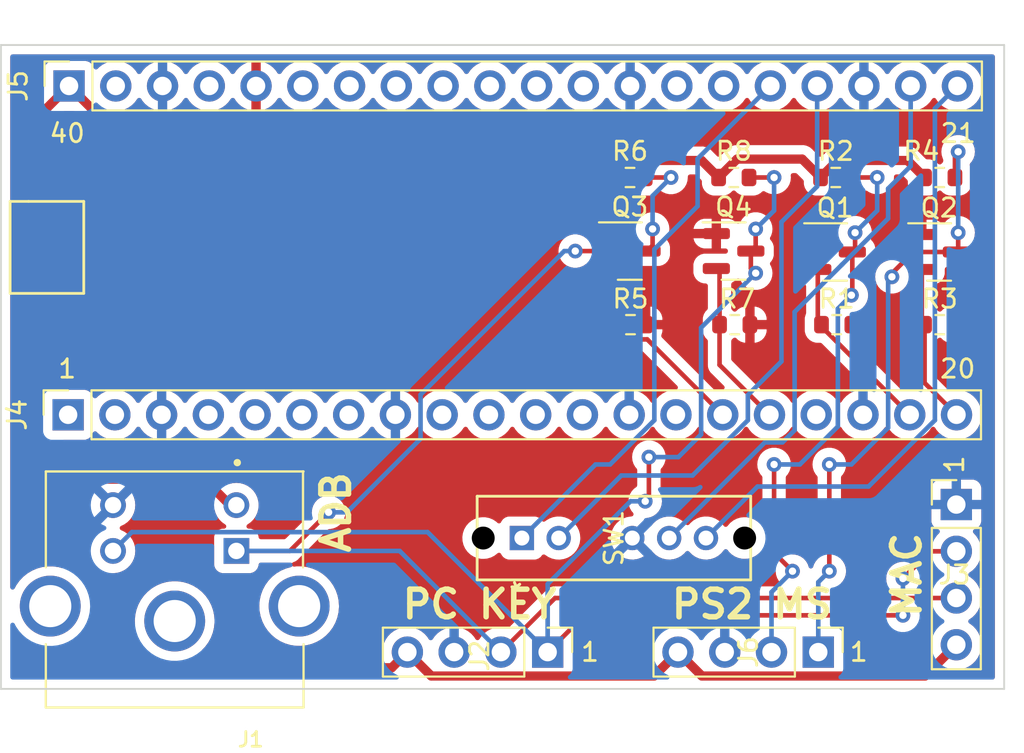
<source format=kicad_pcb>
(kicad_pcb (version 20211014) (generator pcbnew)
  (layers (0 "F.Cu" signal) (31 "B.Cu" signal) (34 "B.Paste" user) (35 "F.Paste" user) (36 "B.SilkS" user "B.Silkscreen") (37 "F.SilkS" user "F.Silkscreen") (38 "B.Mask" user) (39 "F.Mask" user) (44 "Edge.Cuts" user))
  (net 0 "")
  (net 1 "+5V")
  (net 2 "GND")
  (net 3 "/KEY_DAT")
  (net 4 "/KEY_CLK")
  (net 5 "+3V3")
  (net 6 "/Pico14")
  (net 7 "/MS_DAT")
  (net 8 "/Pico15")
  (net 9 "/MS_CLK")
  (net 10 "/Pico11")
  (net 11 "/Pico12")
  (net 24 "Net-(SW1-Pad1)")
  (net 25 "Net-(SW1-Pad2)")
  (net 26 "Net-(SW1-Pad4)")
  (net 27 "Net-(SW1-Pad5)")
  (footprint "Resistor_SMD:R_0603_1608Metric" (layer "F.Cu") (at 166.2 99.2 180)
    (fp_text reference "R5" (at 0 1.4) (layer "F.SilkS"))
    (fp_text value "4.7K")
    (fp_line (start -0.237258 0.5225) (end 0.237258 0.5225) (layer "F.SilkS") (width 0.12))
    (fp_line (start -0.237258 -0.5225) (end 0.237258 -0.5225) (layer "F.SilkS") (width 0.12))
    (pad "1" smd roundrect (at -0.825 0 180) (size 0.8 0.95) (layers "F.Cu" "F.Paste" "F.Mask") (net 5 "+3V3"))
    (pad "2" smd roundrect (at 0.825 0 180) (size 0.8 0.95) (layers "F.Cu" "F.Paste" "F.Mask") (net 10 "/Pico11"))
  )
  (footprint "Connector_PinHeader_2.54mm:PinHeader_1x04_P2.54mm_Vertical" (layer "F.Cu") (at 176.4 117 -90)
    (fp_text reference "J6" (at 0 3.8 90) (layer "F.SilkS"))
    (fp_text value "PS2_MS")
    (fp_line (start -1.33 1.27) (end 1.33 1.27) (layer "F.SilkS") (width 0.12))
    (fp_line (start 1.33 1.27) (end 1.33 8.95) (layer "F.SilkS") (width 0.12))
    (fp_line (start -1.33 1.27) (end -1.33 8.95) (layer "F.SilkS") (width 0.12))
    (fp_line (start -1.33 0) (end -1.33 -1.33) (layer "F.SilkS") (width 0.12))
    (fp_line (start -1.33 8.95) (end 1.33 8.95) (layer "F.SilkS") (width 0.12))
    (fp_line (start -1.33 -1.33) (end 0 -1.33) (layer "F.SilkS") (width 0.12))
    (pad "1" thru_hole rect (at 0 0 270) (size 1.7 1.7) (drill 1) (layers *.Cu *.Mask) (net 9 "/MS_CLK"))
    (pad "2" thru_hole oval (at 0 2.54 270) (size 1.7 1.7) (drill 1) (layers *.Cu *.Mask) (net 7 "/MS_DAT"))
    (pad "3" thru_hole oval (at 0 5.08 270) (size 1.7 1.7) (drill 1) (layers *.Cu *.Mask) (net 2 "GND"))
    (pad "4" thru_hole oval (at 0 7.62 270) (size 1.7 1.7) (drill 1) (layers *.Cu *.Mask) (net 1 "+5V"))
  )
  (footprint "Package_TO_SOT_SMD:SOT-23" (layer "F.Cu") (at 177.3125 95.25)
    (fp_text reference "Q1" (at 0 -2.4) (layer "F.SilkS"))
    (fp_text value "BSS138")
    (fp_line (start 0 -1.56) (end -1.675 -1.56) (layer "F.SilkS") (width 0.12))
    (fp_line (start 0 -1.56) (end 0.65 -1.56) (layer "F.SilkS") (width 0.12))
    (fp_line (start 0 1.56) (end 0.65 1.56) (layer "F.SilkS") (width 0.12))
    (fp_line (start 0 1.56) (end -0.65 1.56) (layer "F.SilkS") (width 0.12))
    (pad "1" smd roundrect (at -0.9375 -0.95) (size 1.475 0.6) (layers "F.Cu" "F.Paste" "F.Mask") (net 5 "+3V3"))
    (pad "2" smd roundrect (at -0.9375 0.95) (size 1.475 0.6) (layers "F.Cu" "F.Paste" "F.Mask") (net 6 "/Pico14"))
    (pad "3" smd roundrect (at 0.9375 0) (size 1.475 0.6) (layers "F.Cu" "F.Paste" "F.Mask") (net 7 "/MS_DAT"))
  )
  (footprint "Connector_PinSocket_2.54mm:PinSocket_1x20_P2.54mm_Vertical" (layer "F.Cu") (at 135.65 104.1 90)
    (fp_text reference "J4" (at 0 -2.77 90) (layer "F.SilkS"))
    (fp_text value "Conn_01x20")
    (fp_line (start 1.33 -1.33) (end 1.33 0) (layer "F.SilkS") (width 0.12))
    (fp_line (start -1.33 49.59) (end 1.33 49.59) (layer "F.SilkS") (width 0.12))
    (fp_line (start 0 -1.33) (end 1.33 -1.33) (layer "F.SilkS") (width 0.12))
    (fp_line (start -1.33 1.27) (end -1.33 49.59) (layer "F.SilkS") (width 0.12))
    (fp_line (start -1.33 1.27) (end 1.33 1.27) (layer "F.SilkS") (width 0.12))
    (fp_line (start 1.33 1.27) (end 1.33 49.59) (layer "F.SilkS") (width 0.12))
    (pad "1" thru_hole rect locked (at 0 0 90) (size 1.7 1.7) (drill 1) (layers *.Cu *.Mask))
    (pad "2" thru_hole oval locked (at 0 2.54 90) (size 1.7 1.7) (drill 1) (layers *.Cu *.Mask))
    (pad "3" thru_hole oval locked (at 0 5.08 90) (size 1.7 1.7) (drill 1) (layers *.Cu *.Mask) (net 2 "GND"))
    (pad "4" thru_hole oval locked (at 0 7.62 90) (size 1.7 1.7) (drill 1) (layers *.Cu *.Mask))
    (pad "5" thru_hole oval locked (at 0 10.16 90) (size 1.7 1.7) (drill 1) (layers *.Cu *.Mask))
    (pad "6" thru_hole oval locked (at 0 12.7 90) (size 1.7 1.7) (drill 1) (layers *.Cu *.Mask))
    (pad "7" thru_hole oval locked (at 0 15.24 90) (size 1.7 1.7) (drill 1) (layers *.Cu *.Mask))
    (pad "8" thru_hole oval locked (at 0 17.78 90) (size 1.7 1.7) (drill 1) (layers *.Cu *.Mask) (net 2 "GND"))
    (pad "9" thru_hole oval locked (at 0 20.32 90) (size 1.7 1.7) (drill 1) (layers *.Cu *.Mask))
    (pad "10" thru_hole oval locked (at 0 22.86 90) (size 1.7 1.7) (drill 1) (layers *.Cu *.Mask))
    (pad "11" thru_hole oval locked (at 0 25.4 90) (size 1.7 1.7) (drill 1) (layers *.Cu *.Mask))
    (pad "12" thru_hole oval locked (at 0 27.94 90) (size 1.7 1.7) (drill 1) (layers *.Cu *.Mask))
    (pad "13" thru_hole oval locked (at 0 30.48 90) (size 1.7 1.7) (drill 1) (layers *.Cu *.Mask) (net 2 "GND"))
    (pad "14" thru_hole oval locked (at 0 33.02 90) (size 1.7 1.7) (drill 1) (layers *.Cu *.Mask))
    (pad "15" thru_hole oval locked (at 0 35.56 90) (size 1.7 1.7) (drill 1) (layers *.Cu *.Mask) (net 10 "/Pico11"))
    (pad "16" thru_hole oval locked (at 0 38.1 90) (size 1.7 1.7) (drill 1) (layers *.Cu *.Mask) (net 11 "/Pico12"))
    (pad "17" thru_hole oval locked (at 0 40.64 90) (size 1.7 1.7) (drill 1) (layers *.Cu *.Mask))
    (pad "18" thru_hole oval locked (at 0 43.18 90) (size 1.7 1.7) (drill 1) (layers *.Cu *.Mask) (net 2 "GND"))
    (pad "19" thru_hole oval locked (at 0 45.72 90) (size 1.7 1.7) (drill 1) (layers *.Cu *.Mask) (net 6 "/Pico14"))
    (pad "20" thru_hole oval locked (at 0 48.26 90) (size 1.7 1.7) (drill 1) (layers *.Cu *.Mask) (net 8 "/Pico15"))
  )
  (footprint "Package_TO_SOT_SMD:SOT-23" (layer "F.Cu") (at 182.9625 95.25)
    (fp_text reference "Q2" (at 0 -2.4) (layer "F.SilkS"))
    (fp_text value "BSS138")
    (fp_line (start 0 1.56) (end 0.65 1.56) (layer "F.SilkS") (width 0.12))
    (fp_line (start 0 1.56) (end -0.65 1.56) (layer "F.SilkS") (width 0.12))
    (fp_line (start 0 -1.56) (end 0.65 -1.56) (layer "F.SilkS") (width 0.12))
    (fp_line (start 0 -1.56) (end -1.675 -1.56) (layer "F.SilkS") (width 0.12))
    (pad "1" smd roundrect (at -0.9375 -0.95) (size 1.475 0.6) (layers "F.Cu" "F.Paste" "F.Mask") (net 5 "+3V3"))
    (pad "2" smd roundrect (at -0.9375 0.95) (size 1.475 0.6) (layers "F.Cu" "F.Paste" "F.Mask") (net 8 "/Pico15"))
    (pad "3" smd roundrect (at 0.9375 0) (size 1.475 0.6) (layers "F.Cu" "F.Paste" "F.Mask") (net 9 "/MS_CLK"))
  )
  (footprint "Connector_PinSocket_2.54mm:PinSocket_1x20_P2.54mm_Vertical" (layer "F.Cu") (at 135.7 86.225 90)
    (fp_text reference "J5" (at 0 -2.77 90) (layer "F.SilkS"))
    (fp_text value "Conn_01x20")
    (fp_line (start 1.33 1.27) (end 1.33 49.59) (layer "F.SilkS") (width 0.12))
    (fp_line (start 1.33 -1.33) (end 1.33 0) (layer "F.SilkS") (width 0.12))
    (fp_line (start -1.33 1.27) (end -1.33 49.59) (layer "F.SilkS") (width 0.12))
    (fp_line (start -1.33 1.27) (end 1.33 1.27) (layer "F.SilkS") (width 0.12))
    (fp_line (start -1.33 49.59) (end 1.33 49.59) (layer "F.SilkS") (width 0.12))
    (fp_line (start 0 -1.33) (end 1.33 -1.33) (layer "F.SilkS") (width 0.12))
    (pad "21" thru_hole oval locked (at 0 48.26 90) (size 1.7 1.7) (drill 1) (layers *.Cu *.Mask) (net 27 "Net-(SW1-Pad5)"))
    (pad "22" thru_hole oval locked (at 0 45.72 90) (size 1.7 1.7) (drill 1) (layers *.Cu *.Mask) (net 26 "Net-(SW1-Pad4)"))
    (pad "23" thru_hole oval locked (at 0 43.18 90) (size 1.7 1.7) (drill 1) (layers *.Cu *.Mask) (net 2 "GND"))
    (pad "24" thru_hole oval locked (at 0 40.64 90) (size 1.7 1.7) (drill 1) (layers *.Cu *.Mask) (net 25 "Net-(SW1-Pad2)"))
    (pad "25" thru_hole oval locked (at 0 38.1 90) (size 1.7 1.7) (drill 1) (layers *.Cu *.Mask) (net 24 "Net-(SW1-Pad1)"))
    (pad "26" thru_hole oval locked (at 0 35.56 90) (size 1.7 1.7) (drill 1) (layers *.Cu *.Mask))
    (pad "27" thru_hole oval locked (at 0 33.02 90) (size 1.7 1.7) (drill 1) (layers *.Cu *.Mask))
    (pad "28" thru_hole oval locked (at 0 30.48 90) (size 1.7 1.7) (drill 1) (layers *.Cu *.Mask) (net 2 "GND"))
    (pad "29" thru_hole oval locked (at 0 27.94 90) (size 1.7 1.7) (drill 1) (layers *.Cu *.Mask))
    (pad "30" thru_hole oval locked (at 0 25.4 90) (size 1.7 1.7) (drill 1) (layers *.Cu *.Mask))
    (pad "31" thru_hole oval locked (at 0 22.86 90) (size 1.7 1.7) (drill 1) (layers *.Cu *.Mask))
    (pad "32" thru_hole oval locked (at 0 20.32 90) (size 1.7 1.7) (drill 1) (layers *.Cu *.Mask))
    (pad "33" thru_hole oval locked (at 0 17.78 90) (size 1.7 1.7) (drill 1) (layers *.Cu *.Mask))
    (pad "34" thru_hole oval locked (at 0 15.24 90) (size 1.7 1.7) (drill 1) (layers *.Cu *.Mask))
    (pad "35" thru_hole oval locked (at 0 12.7 90) (size 1.7 1.7) (drill 1) (layers *.Cu *.Mask))
    (pad "36" thru_hole oval locked (at 0 10.16 90) (size 1.7 1.7) (drill 1) (layers *.Cu *.Mask) (net 5 "+3V3"))
    (pad "37" thru_hole oval locked (at 0 7.62 90) (size 1.7 1.7) (drill 1) (layers *.Cu *.Mask))
    (pad "38" thru_hole oval locked (at 0 5.08 90) (size 1.7 1.7) (drill 1) (layers *.Cu *.Mask) (net 2 "GND"))
    (pad "39" thru_hole oval locked (at 0 2.54 90) (size 1.7 1.7) (drill 1) (layers *.Cu *.Mask))
    (pad "40" thru_hole rect locked (at 0 0 90) (size 1.7 1.7) (drill 1) (layers *.Cu *.Mask) (net 1 "+5V"))
  )
  (footprint "Connector_PinHeader_2.54mm:PinHeader_1x04_P2.54mm_Vertical" (layer "F.Cu") (at 161.7 117 -90)
    (fp_text reference "J2" (at 0.2 3.7 90) (layer "F.SilkS"))
    (fp_text value "AT/XT/PS2")
    (fp_line (start -1.33 8.95) (end 1.33 8.95) (layer "F.SilkS") (width 0.12))
    (fp_line (start -1.33 -1.33) (end 0 -1.33) (layer "F.SilkS") (width 0.12))
    (fp_line (start -1.33 0) (end -1.33 -1.33) (layer "F.SilkS") (width 0.12))
    (fp_line (start 1.33 1.27) (end 1.33 8.95) (layer "F.SilkS") (width 0.12))
    (fp_line (start -1.33 1.27) (end -1.33 8.95) (layer "F.SilkS") (width 0.12))
    (fp_line (start -1.33 1.27) (end 1.33 1.27) (layer "F.SilkS") (width 0.12))
    (pad "1" thru_hole rect (at 0 0 270) (size 1.7 1.7) (drill 1) (layers *.Cu *.Mask) (net 4 "/KEY_CLK"))
    (pad "2" thru_hole oval (at 0 2.54 270) (size 1.7 1.7) (drill 1) (layers *.Cu *.Mask) (net 3 "/KEY_DAT"))
    (pad "3" thru_hole oval (at 0 5.08 270) (size 1.7 1.7) (drill 1) (layers *.Cu *.Mask) (net 2 "GND"))
    (pad "4" thru_hole oval (at 0 7.62 270) (size 1.7 1.7) (drill 1) (layers *.Cu *.Mask) (net 1 "+5V"))
  )
  (footprint "Resistor_SMD:R_0603_1608Metric" (layer "F.Cu") (at 171.8625 99.2 180)
    (fp_text reference "R7" (at -0.1375 1.4) (layer "F.SilkS"))
    (fp_text value "4.7K")
    (fp_line (start -0.237258 0.5225) (end 0.237258 0.5225) (layer "F.SilkS") (width 0.12))
    (fp_line (start -0.237258 -0.5225) (end 0.237258 -0.5225) (layer "F.SilkS") (width 0.12))
    (pad "1" smd roundrect (at -0.825 0 180) (size 0.8 0.95) (layers "F.Cu" "F.Paste" "F.Mask") (net 5 "+3V3"))
    (pad "2" smd roundrect (at 0.825 0 180) (size 0.8 0.95) (layers "F.Cu" "F.Paste" "F.Mask") (net 11 "/Pico12"))
  )
  (footprint "Resistor_SMD:R_0603_1608Metric" (layer "F.Cu") (at 171.8125 91.2)
    (fp_text reference "R8" (at 0 -1.43) (layer "F.SilkS"))
    (fp_text value "4.7K")
    (fp_line (start -0.237258 -0.5225) (end 0.237258 -0.5225) (layer "F.SilkS") (width 0.12))
    (fp_line (start -0.237258 0.5225) (end 0.237258 0.5225) (layer "F.SilkS") (width 0.12))
    (pad "1" smd roundrect (at -0.825 0) (size 0.8 0.95) (layers "F.Cu" "F.Paste" "F.Mask") (net 1 "+5V"))
    (pad "2" smd roundrect (at 0.825 0) (size 0.8 0.95) (layers "F.Cu" "F.Paste" "F.Mask") (net 4 "/KEY_CLK"))
  )
  (footprint "Resistor_SMD:R_0603_1608Metric" (layer "F.Cu") (at 166.175 91.2)
    (fp_text reference "R6" (at 0 -1.43) (layer "F.SilkS"))
    (fp_text value "4.7K")
    (fp_line (start -0.237258 -0.5225) (end 0.237258 -0.5225) (layer "F.SilkS") (width 0.12))
    (fp_line (start -0.237258 0.5225) (end 0.237258 0.5225) (layer "F.SilkS") (width 0.12))
    (pad "1" smd roundrect (at -0.825 0) (size 0.8 0.95) (layers "F.Cu" "F.Paste" "F.Mask") (net 1 "+5V"))
    (pad "2" smd roundrect (at 0.825 0) (size 0.8 0.95) (layers "F.Cu" "F.Paste" "F.Mask") (net 3 "/KEY_DAT"))
  )
  (footprint "Resistor_SMD:R_0603_1608Metric" (layer "F.Cu") (at 177.4 99.2 180)
    (fp_text reference "R1" (at 0 1.4) (layer "F.SilkS"))
    (fp_text value "4.7K")
    (fp_line (start -0.237258 -0.5225) (end 0.237258 -0.5225) (layer "F.SilkS") (width 0.12))
    (fp_line (start -0.237258 0.5225) (end 0.237258 0.5225) (layer "F.SilkS") (width 0.12))
    (pad "1" smd roundrect (at -0.825 0 180) (size 0.8 0.95) (layers "F.Cu" "F.Paste" "F.Mask") (net 5 "+3V3"))
    (pad "2" smd roundrect (at 0.825 0 180) (size 0.8 0.95) (layers "F.Cu" "F.Paste" "F.Mask") (net 6 "/Pico14"))
  )
  (footprint "Package_TO_SOT_SMD:SOT-23" (layer "F.Cu") (at 166.1625 95.2)
    (fp_text reference "Q3" (at 0 -2.4) (layer "F.SilkS"))
    (fp_text value "BSS138")
    (fp_line (start 0 -1.56) (end 0.65 -1.56) (layer "F.SilkS") (width 0.12))
    (fp_line (start 0 1.56) (end -0.65 1.56) (layer "F.SilkS") (width 0.12))
    (fp_line (start 0 -1.56) (end -1.675 -1.56) (layer "F.SilkS") (width 0.12))
    (fp_line (start 0 1.56) (end 0.65 1.56) (layer "F.SilkS") (width 0.12))
    (pad "1" smd roundrect (at -0.9375 -0.95) (size 1.475 0.6) (layers "F.Cu" "F.Paste" "F.Mask") (net 5 "+3V3"))
    (pad "2" smd roundrect (at -0.9375 0.95) (size 1.475 0.6) (layers "F.Cu" "F.Paste" "F.Mask") (net 10 "/Pico11"))
    (pad "3" smd roundrect (at 0.9375 0) (size 1.475 0.6) (layers "F.Cu" "F.Paste" "F.Mask") (net 3 "/KEY_DAT"))
  )
  (footprint "footprints:TE_5749181-1" (layer "F.Cu") (at 141.44 111.5 180)
    (fp_text reference "J1" (at -4.132295 -10.253715) (layer "F.SilkS") (effects (font (size 0.800449 0.800449))))
    (fp_text value "ADB")
    (fp_line (start 7 4.32) (end -6.97 4.32) (layer "F.SilkS") (width 0.127))
    (fp_line (start 7 -0.89) (end 7 4.32) (layer "F.SilkS") (width 0.127))
    (fp_line (start -6.97 -0.89) (end -6.97 4.32) (layer "F.SilkS") (width 0.127))
    (fp_line (start -7 -5.07) (end -7 -8.51) (layer "F.SilkS") (width 0.127))
    (fp_line (start 7 -5.07) (end 7 -8.51) (layer "F.SilkS") (width 0.127))
    (fp_line (start -6.97 4.32) (end -7 4.32) (layer "F.SilkS") (width 0.127))
    (fp_line (start -7 -8.51) (end 7 -8.51) (layer "F.SilkS") (width 0.127))
    (fp_circle (center -3.4 4.8) (end -3.3 4.8) (layer "F.SilkS") (width 0.2) (fill none))
    (pad "1" thru_hole rect locked (at -3.35 0 180) (size 1.398 1.398) (drill 0.89) (layers *.Cu *.Mask) (net 3 "/KEY_DAT"))
    (pad "2" thru_hole circle locked (at 3.35 0 180) (size 1.398 1.398) (drill 0.89) (layers *.Cu *.Mask) (net 4 "/KEY_CLK"))
    (pad "3" thru_hole circle locked (at -3.35 2.49 180) (size 1.398 1.398) (drill 0.89) (layers *.Cu *.Mask) (net 1 "+5V"))
    (pad "4" thru_hole circle locked (at 3.35 2.49 180) (size 1.398 1.398) (drill 0.89) (layers *.Cu *.Mask) (net 2 "GND"))
    (pad "5" thru_hole circle locked (at 0 -3.81 180) (size 3.306 3.306) (drill 2.29) (layers *.Cu *.Mask))
    (pad "6" thru_hole circle locked (at 6.76 -3 180) (size 3.306 3.306) (drill 2.29) (layers *.Cu *.Mask))
    (pad "7" thru_hole circle locked (at -6.76 -3 180) (size 3.306 3.306) (drill 2.29) (layers *.Cu *.Mask))
  )
  (footprint "footprints:SS-14D0839_CNK" (layer "F.Cu") (at 160.299999 110.8 90)
    (fp_text reference "SW1" (at 0 5 90 unlocked) (layer "F.SilkS"))
    (fp_text value "SS14D0839VG5PA")
    (fp_text user "*" (at -2.6543 0 90 unlocked) (layer "F.SilkS"))
    (fp_text user "*" (at -2.6543 0 90) (layer "F.SilkS"))
    (fp_line (start 2.2733 -2.4295) (end -2.2733 -2.4295) (layer "F.SilkS") (width 0.1524))
    (fp_line (start 2.2733 12.4295) (end 2.2733 -2.4295) (layer "F.SilkS") (width 0.1524))
    (fp_line (start -2.2733 12.4295) (end 2.2733 12.4295) (layer "F.SilkS") (width 0.1524))
    (fp_line (start -2.2733 -2.4295) (end -2.2733 12.4295) (layer "F.SilkS") (width 0.1524))
    (pad "" np_thru_hole circle (at 0 -2.1 90) (size 1.2446 1.2446) (drill 1.2446) (layers))
    (pad "" np_thru_hole circle (at 0 12.1 90) (size 1.2446 1.2446) (drill 1.2446) (layers))
    (pad "1" thru_hole rect (at 0 0 90) (size 1.3208 1.3208) (drill 0.8128) (layers *.Cu *.Mask) (net 24 "Net-(SW1-Pad1)"))
    (pad "2" thru_hole circle (at 0 2.000001 90) (size 1.3208 1.3208) (drill 0.8128) (layers *.Cu *.Mask) (net 25 "Net-(SW1-Pad2)"))
    (pad "3" thru_hole circle (at 0 6.000001 90) (size 1.3208 1.3208) (drill 0.8128) (layers *.Cu *.Mask) (net 2 "GND"))
    (pad "4" thru_hole circle (at 0 7.999999 90) (size 1.3208 1.3208) (drill 0.8128) (layers *.Cu *.Mask) (net 26 "Net-(SW1-Pad4)"))
    (pad "5" thru_hole circle (at 0 10 90) (size 1.3208 1.3208) (drill 0.8128) (layers *.Cu *.Mask) (net 27 "Net-(SW1-Pad5)"))
  )
  (footprint "Connector_PinHeader_2.54mm:PinHeader_1x04_P2.54mm_Vertical" (layer "F.Cu") (at 183.9 108.98)
    (fp_text reference "J3" (at -0.1 3.82) (layer "F.SilkS"))
    (fp_text value "MAC")
    (fp_line (start -1.33 -1.33) (end 0 -1.33) (layer "F.SilkS") (width 0.12))
    (fp_line (start 1.33 1.27) (end 1.33 8.95) (layer "F.SilkS") (width 0.12))
    (fp_line (start -1.33 1.27) (end 1.33 1.27) (layer "F.SilkS") (width 0.12))
    (fp_line (start -1.33 0) (end -1.33 -1.33) (layer "F.SilkS") (width 0.12))
    (fp_line (start -1.33 1.27) (end -1.33 8.95) (layer "F.SilkS") (width 0.12))
    (fp_line (start -1.33 8.95) (end 1.33 8.95) (layer "F.SilkS") (width 0.12))
    (pad "1" thru_hole rect (at 0 0) (size 1.7 1.7) (drill 1) (layers *.Cu *.Mask) (net 2 "GND"))
    (pad "2" thru_hole oval (at 0 2.54) (size 1.7 1.7) (drill 1) (layers *.Cu *.Mask) (net 4 "/KEY_CLK"))
    (pad "3" thru_hole oval (at 0 5.08) (size 1.7 1.7) (drill 1) (layers *.Cu *.Mask) (net 3 "/KEY_DAT"))
    (pad "4" thru_hole oval (at 0 7.62) (size 1.7 1.7) (drill 1) (layers *.Cu *.Mask) (net 1 "+5V"))
  )
  (footprint "Resistor_SMD:R_0603_1608Metric" (layer "F.Cu") (at 177.35 91.2)
    (fp_text reference "R2" (at 0 -1.43) (layer "F.SilkS"))
    (fp_text value "4.7K")
    (fp_line (start -0.237258 0.5225) (end 0.237258 0.5225) (layer "F.SilkS") (width 0.12))
    (fp_line (start -0.237258 -0.5225) (end 0.237258 -0.5225) (layer "F.SilkS") (width 0.12))
    (pad "1" smd roundrect (at -0.825 0) (size 0.8 0.95) (layers "F.Cu" "F.Paste" "F.Mask") (net 1 "+5V"))
    (pad "2" smd roundrect (at 0.825 0) (size 0.8 0.95) (layers "F.Cu" "F.Paste" "F.Mask") (net 7 "/MS_DAT"))
  )
  (footprint "Package_TO_SOT_SMD:SOT-23" (layer "F.Cu") (at 171.8 95.2)
    (fp_text reference "Q4" (at 0 -2.4) (layer "F.SilkS"))
    (fp_text value "BSS138")
    (fp_line (start 0 -1.56) (end 0.65 -1.56) (layer "F.SilkS") (width 0.12))
    (fp_line (start 0 1.56) (end 0.65 1.56) (layer "F.SilkS") (width 0.12))
    (fp_line (start 0 -1.56) (end -1.675 -1.56) (layer "F.SilkS") (width 0.12))
    (fp_line (start 0 1.56) (end -0.65 1.56) (layer "F.SilkS") (width 0.12))
    (pad "1" smd roundrect (at -0.9375 -0.95) (size 1.475 0.6) (layers "F.Cu" "F.Paste" "F.Mask") (net 5 "+3V3"))
    (pad "2" smd roundrect (at -0.9375 0.95) (size 1.475 0.6) (layers "F.Cu" "F.Paste" "F.Mask") (net 11 "/Pico12"))
    (pad "3" smd roundrect (at 0.9375 0) (size 1.475 0.6) (layers "F.Cu" "F.Paste" "F.Mask") (net 4 "/KEY_CLK"))
  )
  (footprint "Resistor_SMD:R_0603_1608Metric" (layer "F.Cu") (at 183 99.2 180)
    (fp_text reference "R3" (at 0 1.4) (layer "F.SilkS"))
    (fp_text value "4.7K")
    (fp_line (start -0.237258 -0.5225) (end 0.237258 -0.5225) (layer "F.SilkS") (width 0.12))
    (fp_line (start -0.237258 0.5225) (end 0.237258 0.5225) (layer "F.SilkS") (width 0.12))
    (pad "1" smd roundrect (at -0.825 0 180) (size 0.8 0.95) (layers "F.Cu" "F.Paste" "F.Mask") (net 5 "+3V3"))
    (pad "2" smd roundrect (at 0.825 0 180) (size 0.8 0.95) (layers "F.Cu" "F.Paste" "F.Mask") (net 8 "/Pico15"))
  )
  (footprint "Resistor_SMD:R_0603_1608Metric" (layer "F.Cu") (at 183 91.2)
    (fp_text reference "R4" (at -1 -1.43) (layer "F.SilkS"))
    (fp_text value "4.7K")
    (fp_line (start -0.237258 -0.5225) (end 0.237258 -0.5225) (layer "F.SilkS") (width 0.12))
    (fp_line (start -0.237258 0.5225) (end 0.237258 0.5225) (layer "F.SilkS") (width 0.12))
    (pad "1" smd roundrect (at -0.825 0) (size 0.8 0.95) (layers "F.Cu" "F.Paste" "F.Mask") (net 1 "+5V"))
    (pad "2" smd roundrect (at 0.825 0) (size 0.8 0.95) (layers "F.Cu" "F.Paste" "F.Mask") (net 9 "/MS_CLK"))
  )
  (gr_line (start 136.5 92.5) (end 136.5 97.5) (layer "F.SilkS") (width 0.15))
  (gr_line (start 133.5 92.5) (end 136.5 92.5) (layer "F.SilkS") (width 0.15))
  (gr_line (start 132.5 97.5) (end 132.5 92.5) (layer "F.SilkS") (width 0.15))
  (gr_line (start 132.5 92.5) (end 133.5 92.5) (layer "F.SilkS") (width 0.15))
  (gr_line (start 136.5 97.5) (end 132.5 97.5) (layer "F.SilkS") (width 0.15))
  (gr_line (start 186.5 119) (end 132 119) (layer "Edge.Cuts") (width 0.1))
  (gr_line (start 132 119) (end 132 84) (layer "Edge.Cuts") (width 0.1))
  (gr_line (start 132 84) (end 186.5 84) (layer "Edge.Cuts") (width 0.1))
  (gr_line (start 186.5 84) (end 186.5 119) (layer "Edge.Cuts") (width 0.1))
  (gr_text "1" (at 183.8 106.8 90) (layer "F.SilkS") (effects (font (size 1 1))))
  (gr_text "1" (at 178.6 117) (layer "F.SilkS") (effects (font (size 1 1))))
  (gr_text "1" (at 164 117) (layer "F.SilkS") (effects (font (size 1 1))))
  (gr_text "20\n" (at 183.973915 101.6) (layer "F.SilkS") (effects (font (size 1 1))))
  (gr_text "1" (at 135.6 101.6) (layer "F.SilkS") (effects (font (size 1 1))))
  (gr_text "PC KEY" (at 158 114.4) (layer "F.SilkS") (effects (font (size 1.5 1.5) (thickness 0.3))))
  (gr_text "21\n" (at 184 88.8) (layer "F.SilkS") (effects (font (size 1 1))))
  (gr_text "ADB" (at 150.2 109.4 90) (layer "F.SilkS") (effects (font (size 1.5 1.5) (thickness 0.3))))
  (gr_text "PS2 MS" (at 172.8 114.4) (layer "F.SilkS") (effects (font (size 1.5 1.5) (thickness 0.3))))
  (gr_text "40" (at 135.6 88.8) (layer "F.SilkS") (effects (font (size 1 1))))
  (gr_text "MAC" (at 181.2 112.8 90) (layer "F.SilkS") (effects (font (size 1.5 1.5) (thickness 0.3))))
  (segment (start 136.2 107.6) (end 143.04 107.6) (width 0.5) (layer "F.Cu") (net 1))
  (segment (start 170.06298 90.27548) (end 170.9875 91.2) (width 0.5) (layer "F.Cu") (net 1))
  (segment (start 136.2 112.2) (end 137.2 113.2) (width 0.5) (layer "F.Cu") (net 1))
  (segment (start 170.079511 118.299511) (end 182.200489 118.299511) (width 0.5) (layer "F.Cu") (net 1))
  (segment (start 170.9875 91.2) (end 171.9875 90.2) (width 0.5) (layer "F.Cu") (net 1))
  (segment (start 165.35 91.2) (end 165.606441 91.2) (width 0.5) (layer "F.Cu") (net 1))
  (segment (start 137.2 114.8) (end 140.25 117.85) (width 0.5) (layer "F.Cu") (net 1))
  (segment (start 165.606441 91.2) (end 166.530961 90.27548) (width 0.5) (layer "F.Cu") (net 1))
  (segment (start 140.675 91.2) (end 165.35 91.2) (width 0.5) (layer "F.Cu") (net 1))
  (segment (start 166.530961 90.27548) (end 170.06298 90.27548) (width 0.5) (layer "F.Cu") (net 1))
  (segment (start 140.25 117.85) (end 153.23 117.85) (width 0.5) (layer "F.Cu") (net 1))
  (segment (start 182.200489 118.299511) (end 183.9 116.6) (width 0.5) (layer "F.Cu") (net 1))
  (segment (start 155.379511 118.299511) (end 167.480489 118.299511) (width 0.5) (layer "F.Cu") (net 1))
  (segment (start 136.2 107.6) (end 136.2 112.2) (width 0.5) (layer "F.Cu") (net 1))
  (segment (start 171.9875 90.2) (end 175.525 90.2) (width 0.5) (layer "F.Cu") (net 1))
  (segment (start 135.7 86.225) (end 140.675 91.2) (width 0.5) (layer "F.Cu") (net 1))
  (segment (start 177.44952 90.27548) (end 181.25048 90.27548) (width 0.5) (layer "F.Cu") (net 1))
  (segment (start 175.525 90.2) (end 176.525 91.2) (width 0.5) (layer "F.Cu") (net 1))
  (segment (start 153.23 117.85) (end 154.08 117) (width 0.5) (layer "F.Cu") (net 1))
  (segment (start 133.6 105) (end 136.2 107.6) (width 0.5) (layer "F.Cu") (net 1))
  (segment (start 154.08 117) (end 155.379511 118.299511) (width 0.5) (layer "F.Cu") (net 1))
  (segment (start 135.7 86.225) (end 133.6 88.325) (width 0.5) (layer "F.Cu") (net 1))
  (segment (start 168.78 117) (end 170.079511 118.299511) (width 0.5) (layer "F.Cu") (net 1))
  (segment (start 143.04 107.6) (end 144.45 109.01) (width 0.5) (layer "F.Cu") (net 1))
  (segment (start 167.480489 118.299511) (end 168.78 117) (width 0.5) (layer "F.Cu") (net 1))
  (segment (start 181.25048 90.27548) (end 182.175 91.2) (width 0.5) (layer "F.Cu") (net 1))
  (segment (start 137.2 113.2) (end 137.2 114.8) (width 0.5) (layer "F.Cu") (net 1))
  (segment (start 133.6 88.325) (end 133.6 105) (width 0.5) (layer "F.Cu") (net 1))
  (segment (start 176.525 91.2) (end 177.44952 90.27548) (width 0.5) (layer "F.Cu") (net 1))
  (segment (start 167.4 94) (end 167.4 94.9) (width 0.25) (layer "F.Cu") (net 3))
  (segment (start 167.4 94.9) (end 167.1 95.2) (width 0.25) (layer "F.Cu") (net 3))
  (segment (start 167 91.2) (end 168.4 91.2) (width 0.25) (layer "F.Cu") (net 3))
  (segment (start 167 95.1) (end 167.1 95.2) (width 0.25) (layer "F.Cu") (net 3))
  (segment (start 149.8 109.4) (end 147.7 111.5) (width 0.25) (layer "F.Cu") (net 3))
  (segment (start 167.1 95.2) (end 163.2 95.2) (width 0.25) (layer "F.Cu") (net 3))
  (segment (start 147.7 111.5) (end 144.79 111.5) (width 0.25) (layer "F.Cu") (net 3))
  (segment (start 162.1 114.06) (end 159.16 117) (width 0.25) (layer "F.Cu") (net 3))
  (segment (start 183.9 114.06) (end 162.1 114.06) (width 0.25) (layer "F.Cu") (net 3))
  (via (at 168.4 91.2) (size 0.8) (drill 0.4) (layers "F.Cu" "B.Cu") (net 3))
  (via (at 149.8 109.4) (size 0.8) (drill 0.4) (layers "F.Cu" "B.Cu") (net 3))
  (via (at 163.2 95.2) (size 0.8) (drill 0.4) (layers "F.Cu" "B.Cu") (net 3))
  (via (at 167.4 94) (size 0.8) (drill 0.4) (layers "F.Cu" "B.Cu") (net 3))
  (segment (start 163.2 95.2) (end 162.6 95.2) (width 0.25) (layer "B.Cu") (net 3))
  (segment (start 150.8 109.4) (end 149.8 109.4) (width 0.25) (layer "B.Cu") (net 3))
  (segment (start 154.795489 105.404511) (end 150.8 109.4) (width 0.25) (layer "B.Cu") (net 3))
  (segment (start 144.79 111.5) (end 153.66 111.5) (width 0.25) (layer "B.Cu") (net 3))
  (segment (start 154.795489 103.004511) (end 154.795489 105.404511) (width 0.25) (layer "B.Cu") (net 3))
  (segment (start 162.6 95.2) (end 154.795489 103.004511) (width 0.25) (layer "B.Cu") (net 3))
  (segment (start 168.4 91.2) (end 167.4 92.2) (width 0.25) (layer "B.Cu") (net 3))
  (segment (start 153.66 111.5) (end 159.16 117) (width 0.25) (layer "B.Cu") (net 3))
  (segment (start 167.4 92.2) (end 167.4 94) (width 0.25) (layer "B.Cu") (net 3))
  (segment (start 182.48 111.52) (end 181 113) (width 0.25) (layer "F.Cu") (net 4))
  (segment (start 167.2 106.4) (end 167.2 108.6) (width 0.25) (layer "F.Cu") (net 4))
  (segment (start 181 115) (end 163.7 115) (width 0.25) (layer "F.Cu") (net 4))
  (segment (start 172.6375 91.2) (end 174 91.2) (width 0.25) (layer "F.Cu") (net 4))
  (segment (start 172.7375 96.1375) (end 173 96.4) (width 0.25) (layer "F.Cu") (net 4))
  (segment (start 167.2 108.6) (end 167 108.8) (width 0.25) (layer "F.Cu") (net 4))
  (segment (start 172.6375 95.1) (end 172.7375 95.2) (width 0.25) (layer "F.Cu") (net 4))
  (segment (start 183.9 111.52) (end 182.48 111.52) (width 0.25) (layer "F.Cu") (net 4))
  (segment (start 172.7375 95.2) (end 172.7375 96.1375) (width 0.25) (layer "F.Cu") (net 4))
  (segment (start 173 94) (end 173 94.9375) (width 0.25) (layer "F.Cu") (net 4))
  (segment (start 163.7 115) (end 161.7 117) (width 0.25) (layer "F.Cu") (net 4))
  (segment (start 173 94.9375) (end 172.7375 95.2) (width 0.25) (layer "F.Cu") (net 4))
  (via (at 167.2 106.4) (size 0.8) (drill 0.4) (layers "F.Cu" "B.Cu") (net 4))
  (via (at 174 91.2) (size 0.8) (drill 0.4) (layers "F.Cu" "B.Cu") (net 4))
  (via (at 181 115) (size 0.8) (drill 0.4) (layers "F.Cu" "B.Cu") (net 4))
  (via (at 173 94) (size 0.8) (drill 0.4) (layers "F.Cu" "B.Cu") (net 4))
  (via (at 173 96.4) (size 0.8) (drill 0.4) (layers "F.Cu" "B.Cu") (net 4))
  (via (at 181 113) (size 0.8) (drill 0.4) (layers "F.Cu" "B.Cu") (net 4))
  (via (at 167 108.8) (size 0.8) (drill 0.4) (layers "F.Cu" "B.Cu") (net 4))
  (segment (start 167 108.8) (end 166.2 108.8) (width 0.25) (layer "B.Cu") (net 4))
  (segment (start 139.113511 110.476489) (end 155.176489 110.476489) (width 0.25) (layer "B.Cu") (net 4))
  (segment (start 168.8 106.4) (end 167.2 106.4) (width 0.25) (layer "B.Cu") (net 4))
  (segment (start 166.2 108.8) (end 161.7 113.3) (width 0.25) (layer "B.Cu") (net 4))
  (segment (start 181 113) (end 181 115) (width 0.25) (layer "B.Cu") (net 4))
  (segment (start 170.035489 99.364511) (end 170.035489 105.164511) (width 0.25) (layer "B.Cu") (net 4))
  (segment (start 174 93) (end 173 94) (width 0.25) (layer "B.Cu") (net 4))
  (segment (start 174 91.2) (end 174 93) (width 0.25) (layer "B.Cu") (net 4))
  (segment (start 170.035489 105.164511) (end 168.8 106.4) (width 0.25) (layer "B.Cu") (net 4))
  (segment (start 138.09 111.5) (end 139.113511 110.476489) (width 0.25) (layer "B.Cu") (net 4))
  (segment (start 173 96.4) (end 170.035489 99.364511) (width 0.25) (layer "B.Cu") (net 4))
  (segment (start 155.176489 110.476489) (end 161.7 117) (width 0.25) (layer "B.Cu") (net 4))
  (segment (start 161.7 113.3) (end 161.7 117) (width 0.25) (layer "B.Cu") (net 4))
  (segment (start 176.575 99.305) (end 181.37 104.1) (width 0.25) (layer "F.Cu") (net 6))
  (segment (start 176.375 96.2) (end 176.375 99) (width 0.25) (layer "F.Cu") (net 6))
  (segment (start 176.375 99) (end 176.575 99.2) (width 0.25) (layer "F.Cu") (net 6))
  (segment (start 178.4 94.2) (end 178.4 95.1) (width 0.25) (layer "F.Cu") (net 7))
  (segment (start 178.25 95.25) (end 178.25 97.55) (width 0.25) (layer "F.Cu") (net 7))
  (segment (start 178.175 95.175) (end 178.25 95.25) (width 0.25) (layer "F.Cu") (net 7))
  (segment (start 178.4 95.1) (end 178.25 95.25) (width 0.25) (layer "F.Cu") (net 7))
  (segment (start 178.175 91.2) (end 179.6 91.2) (width 0.25) (layer "F.Cu") (net 7))
  (segment (start 178.25 97.55) (end 178.2 97.6) (width 0.25) (layer "F.Cu") (net 7))
  (segment (start 174 106.8) (end 174 111.6) (width 0.25) (layer "F.Cu") (net 7))
  (segment (start 174 111.6) (end 175 112.6) (width 0.25) (layer "F.Cu") (net 7))
  (via (at 179.6 91.2) (size 0.8) (drill 0.4) (layers "F.Cu" "B.Cu") (net 7))
  (via (at 174 106.8) (size 0.8) (drill 0.4) (layers "F.Cu" "B.Cu") (net 7))
  (via (at 178.4 94.2) (size 0.8) (drill 0.4) (layers "F.Cu" "B.Cu") (net 7))
  (via (at 175 112.6) (size 0.8) (drill 0.4) (layers "F.Cu" "B.Cu") (net 7))
  (via (at 178.2 97.6) (size 0.8) (drill 0.4) (layers "F.Cu" "B.Cu") (net 7))
  (segment (start 179.6 93) (end 178.4 94.2) (width 0.25) (layer "B.Cu") (net 7))
  (segment (start 178.2 97.6) (end 177.464511 98.335489) (width 0.25) (layer "B.Cu") (net 7))
  (segment (start 177.464511 98.335489) (end 177.464511 104.735489) (width 0.25) (layer "B.Cu") (net 7))
  (segment (start 173.86 113.74) (end 173.86 117) (width 0.25) (layer "B.Cu") (net 7))
  (segment (start 175.4 106.8) (end 174 106.8) (width 0.25) (layer "B.Cu") (net 7))
  (segment (start 179.6 91.2) (end 179.6 93) (width 0.25) (layer "B.Cu") (net 7))
  (segment (start 177.464511 104.735489) (end 175.4 106.8) (width 0.25) (layer "B.Cu") (net 7))
  (segment (start 175 112.6) (end 173.86 113.74) (width 0.25) (layer "B.Cu") (net 7))
  (segment (start 182.025 99.05) (end 182.175 99.2) (width 0.25) (layer "F.Cu") (net 8))
  (segment (start 182.025 96.2) (end 182.025 99.05) (width 0.25) (layer "F.Cu") (net 8))
  (segment (start 182.175 99.2) (end 182.175 102.365) (width 0.25) (layer "F.Cu") (net 8))
  (segment (start 182.175 102.365) (end 183.91 104.1) (width 0.25) (layer "F.Cu") (net 8))
  (segment (start 183.9 95.25) (end 181.566428 95.25) (width 0.25) (layer "F.Cu") (net 9))
  (segment (start 184 95.15) (end 183.9 95.25) (width 0.25) (layer "F.Cu") (net 9))
  (segment (start 184 94.2) (end 184 95.15) (width 0.25) (layer "F.Cu") (net 9))
  (segment (start 181.566428 95.25) (end 180.4 96.416428) (width 0.25) (layer "F.Cu") (net 9))
  (segment (start 183.825 91.2) (end 183.825 89.975) (width 0.25) (layer "F.Cu") (net 9))
  (segment (start 183.825 95.175) (end 183.9 95.25) (width 0.25) (layer "F.Cu") (net 9))
  (segment (start 180.4 96.416428) (end 180.4 96.6) (width 0.25) (layer "F.Cu") (net 9))
  (segment (start 177 106.8) (end 177 112.6) (width 0.25) (layer "F.Cu") (net 9))
  (segment (start 183.825 89.975) (end 184 89.8) (width 0.25) (layer "F.Cu") (net 9))
  (via (at 180.4 96.6) (size 0.8) (drill 0.4) (layers "F.Cu" "B.Cu") (net 9))
  (via (at 184 94.2) (size 0.8) (drill 0.4) (layers "F.Cu" "B.Cu") (net 9))
  (via (at 177 106.8) (size 0.8) (drill 0.4) (layers "F.Cu" "B.Cu") (net 9))
  (via (at 177 112.6) (size 0.8) (drill 0.4) (layers "F.Cu" "B.Cu") (net 9))
  (via (at 184 89.8) (size 0.8) (drill 0.4) (layers "F.Cu" "B.Cu") (net 9))
  (segment (start 180.195489 96.804511) (end 180.195489 104.804511) (width 0.25) (layer "B.Cu") (net 9))
  (segment (start 184 89.8) (end 184 94.2) (width 0.25) (layer "B.Cu") (net 9))
  (segment (start 180.4 96.6) (end 180.195489 96.804511) (width 0.25) (layer "B.Cu") (net 9))
  (segment (start 176.4 113.2) (end 176.4 117) (width 0.25) (layer "B.Cu") (net 9))
  (segment (start 177 112.6) (end 176.4 113.2) (width 0.25) (layer "B.Cu") (net 9))
  (segment (start 180.195489 104.804511) (end 178.2 106.8) (width 0.25) (layer "B.Cu") (net 9))
  (segment (start 178.2 106.8) (end 177 106.8) (width 0.25) (layer "B.Cu") (net 9))
  (segment (start 165.375 99.2) (end 166.17452 99.99952) (width 0.25) (layer "F.Cu") (net 10))
  (segment (start 165.375 98.2) (end 165.375 98.265) (width 0.25) (layer "F.Cu") (net 10))
  (segment (start 165.225 96.15) (end 165.225 99.05) (width 0.25) (layer "F.Cu") (net 10))
  (segment (start 167.10952 99.99952) (end 171.21 104.1) (width 0.25) (layer "F.Cu") (net 10))
  (segment (start 165.225 99.05) (end 165.375 99.2) (width 0.25) (layer "F.Cu") (net 10))
  (segment (start 166.17452 99.99952) (end 167.10952 99.99952) (width 0.25) (layer "F.Cu") (net 10))
  (segment (start 171.0375 101.3875) (end 171.0375 99.2) (width 0.25) (layer "F.Cu") (net 11))
  (segment (start 171.0375 96.325) (end 170.8625 96.15) (width 0.25) (layer "F.Cu") (net 11))
  (segment (start 171.0375 101.3875) (end 173.75 104.1) (width 0.25) (layer "F.Cu") (net 11))
  (segment (start 171.0375 99.2) (end 171.0375 96.325) (width 0.25) (layer "F.Cu") (net 11))
  (segment (start 164.299999 106.8) (end 160.299999 110.8) (width 0.25) (layer "B.Cu") (net 24))
  (segment (start 167.495489 95.104511) (end 169.844511 92.755489) (width 0.25) (layer "B.Cu") (net 24))
  (segment (start 165.09101 106.8) (end 167.495489 104.395521) (width 0.25) (layer "B.Cu") (net 24))
  (segment (start 167.495489 104.395521) (end 167.495489 95.104511) (width 0.25) (layer "B.Cu") (net 24))
  (segment (start 164.299999 106.8) (end 165.09101 106.8) (width 0.25) (layer "B.Cu") (net 24))
  (segment (start 169.844511 92.755489) (end 169.844511 90.180489) (width 0.25) (layer "B.Cu") (net 24))
  (segment (start 173.8 86.225) (end 169.844511 90.180489) (width 0.25) (layer "B.Cu") (net 24))
  (segment (start 174.4 93.624614) (end 176.34 91.684614) (width 0.25) (layer "B.Cu") (net 25))
  (segment (start 176.34 91.684614) (end 176.34 86.225) (width 0.25) (layer "B.Cu") (net 25))
  (segment (start 165.7 107.4) (end 169.57101 107.4) (width 0.25) (layer "B.Cu") (net 25))
  (segment (start 174.4 101.2) (end 174.4 93.624614) (width 0.25) (layer "B.Cu") (net 25))
  (segment (start 172.575489 104.395521) (end 172.575489 103.024511) (width 0.25) (layer "B.Cu") (net 25))
  (segment (start 172.575489 103.024511) (end 174.4 101.2) (width 0.25) (layer "B.Cu") (net 25))
  (segment (start 162.3 110.8) (end 165.7 107.4) (width 0.25) (layer "B.Cu") (net 25))
  (segment (start 169.57101 107.4) (end 172.575489 104.395521) (width 0.25) (layer "B.Cu") (net 25))
  (segment (start 175.115489 98.509125) (end 177.712307 95.912307) (width 0.25) (layer "B.Cu") (net 26))
  (segment (start 180.195489 93.429125) (end 180.195489 91.804511) (width 0.25) (layer "B.Cu") (net 26))
  (segment (start 177.655489 95.969125) (end 180.195489 93.429125) (width 0.25) (layer "B.Cu") (net 26))
  (segment (start 175.115489 104.940016) (end 175.115489 98.509125) (width 0.25) (layer "B.Cu") (net 26))
  (segment (start 174.455505 105.6) (end 175.115489 104.940016) (width 0.25) (layer "B.Cu") (net 26))
  (segment (start 173.499998 105.6) (end 174.455505 105.6) (width 0.25) (layer "B.Cu") (net 26))
  (segment (start 168.299998 110.8) (end 173.499998 105.6) (width 0.25) (layer "B.Cu") (net 26))
  (segment (start 181.42 90.58) (end 181.42 86.225) (width 0.25) (layer "B.Cu") (net 26))
  (segment (start 180.195489 91.804511) (end 181.42 90.58) (width 0.25) (layer "B.Cu") (net 26))
  (segment (start 182.735489 104.395521) (end 182.735489 87.449511) (width 0.25) (layer "B.Cu") (net 27))
  (segment (start 170.299999 110.8) (end 173.099999 108) (width 0.25) (layer "B.Cu") (net 27))
  (segment (start 173.099999 108) (end 179.13101 108) (width 0.25) (layer "B.Cu") (net 27))
  (segment (start 182.735489 87.449511) (end 183.96 86.225) (width 0.25) (layer "B.Cu") (net 27))
  (segment (start 179.13101 108) (end 182.735489 104.395521) (width 0.25) (layer "B.Cu") (net 27))
  (zone (net 5) (net_name "+3V3") (layer "F.Cu") (connect_pads (clearance 0.508)) (min_thickness 0.254) (fill yes (thermal_gap 0.508) (thermal_bridge_width 0.508))
    (polygon (pts (xy 186.5 119) (xy 132 119) (xy 132 84) (xy 186.5 84)))
  )
  (zone (net 2) (net_name "GND") (layer "B.Cu") (connect_pads (clearance 0.508)) (min_thickness 0.254) (fill yes (thermal_gap 0.508) (thermal_bridge_width 0.508))
    (polygon (pts (xy 186.5 119) (xy 132 119) (xy 132 84) (xy 186.5 84)))
  )
)
</source>
